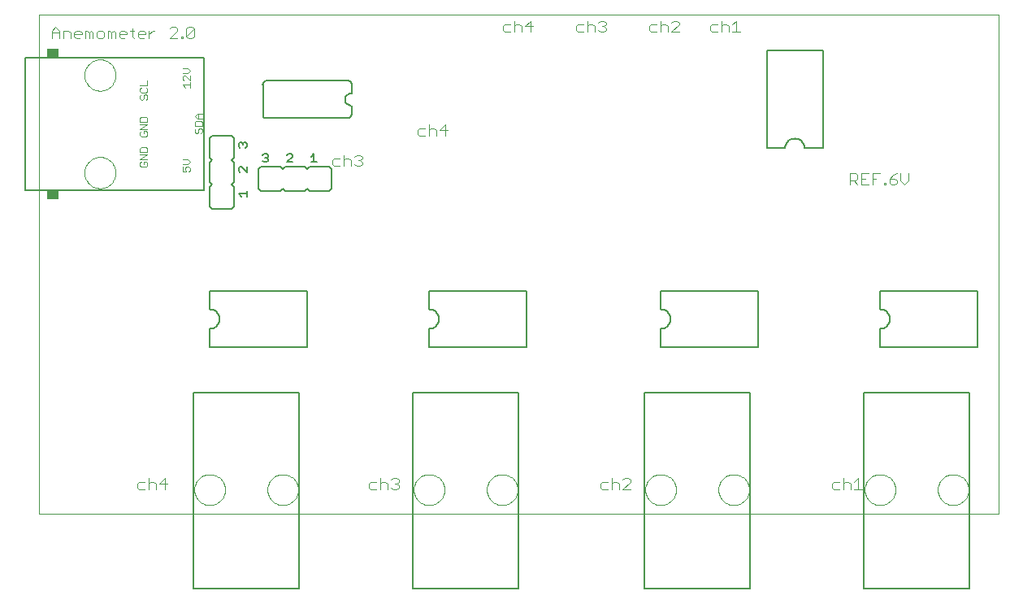
<source format=gto>
G75*
G70*
%OFA0B0*%
%FSLAX24Y24*%
%IPPOS*%
%LPD*%
%AMOC8*
5,1,8,0,0,1.08239X$1,22.5*
%
%ADD10C,0.0000*%
%ADD11C,0.0040*%
%ADD12C,0.0060*%
%ADD13C,0.0080*%
%ADD14C,0.0010*%
%ADD15R,0.0450X0.0364*%
%ADD16C,0.0050*%
D10*
X000704Y003195D02*
X000704Y023691D01*
X040074Y023691D01*
X040074Y003195D01*
X000704Y003195D01*
X007074Y004195D02*
X007076Y004245D01*
X007082Y004295D01*
X007092Y004344D01*
X007106Y004392D01*
X007123Y004439D01*
X007144Y004484D01*
X007169Y004528D01*
X007197Y004569D01*
X007229Y004608D01*
X007263Y004645D01*
X007300Y004679D01*
X007340Y004709D01*
X007382Y004736D01*
X007426Y004760D01*
X007472Y004781D01*
X007519Y004797D01*
X007567Y004810D01*
X007617Y004819D01*
X007666Y004824D01*
X007717Y004825D01*
X007767Y004822D01*
X007816Y004815D01*
X007865Y004804D01*
X007913Y004789D01*
X007959Y004771D01*
X008004Y004749D01*
X008047Y004723D01*
X008088Y004694D01*
X008127Y004662D01*
X008163Y004627D01*
X008195Y004589D01*
X008225Y004549D01*
X008252Y004506D01*
X008275Y004462D01*
X008294Y004416D01*
X008310Y004368D01*
X008322Y004319D01*
X008330Y004270D01*
X008334Y004220D01*
X008334Y004170D01*
X008330Y004120D01*
X008322Y004071D01*
X008310Y004022D01*
X008294Y003974D01*
X008275Y003928D01*
X008252Y003884D01*
X008225Y003841D01*
X008195Y003801D01*
X008163Y003763D01*
X008127Y003728D01*
X008088Y003696D01*
X008047Y003667D01*
X008004Y003641D01*
X007959Y003619D01*
X007913Y003601D01*
X007865Y003586D01*
X007816Y003575D01*
X007767Y003568D01*
X007717Y003565D01*
X007666Y003566D01*
X007617Y003571D01*
X007567Y003580D01*
X007519Y003593D01*
X007472Y003609D01*
X007426Y003630D01*
X007382Y003654D01*
X007340Y003681D01*
X007300Y003711D01*
X007263Y003745D01*
X007229Y003782D01*
X007197Y003821D01*
X007169Y003862D01*
X007144Y003906D01*
X007123Y003951D01*
X007106Y003998D01*
X007092Y004046D01*
X007082Y004095D01*
X007076Y004145D01*
X007074Y004195D01*
X010074Y004195D02*
X010076Y004245D01*
X010082Y004295D01*
X010092Y004344D01*
X010106Y004392D01*
X010123Y004439D01*
X010144Y004484D01*
X010169Y004528D01*
X010197Y004569D01*
X010229Y004608D01*
X010263Y004645D01*
X010300Y004679D01*
X010340Y004709D01*
X010382Y004736D01*
X010426Y004760D01*
X010472Y004781D01*
X010519Y004797D01*
X010567Y004810D01*
X010617Y004819D01*
X010666Y004824D01*
X010717Y004825D01*
X010767Y004822D01*
X010816Y004815D01*
X010865Y004804D01*
X010913Y004789D01*
X010959Y004771D01*
X011004Y004749D01*
X011047Y004723D01*
X011088Y004694D01*
X011127Y004662D01*
X011163Y004627D01*
X011195Y004589D01*
X011225Y004549D01*
X011252Y004506D01*
X011275Y004462D01*
X011294Y004416D01*
X011310Y004368D01*
X011322Y004319D01*
X011330Y004270D01*
X011334Y004220D01*
X011334Y004170D01*
X011330Y004120D01*
X011322Y004071D01*
X011310Y004022D01*
X011294Y003974D01*
X011275Y003928D01*
X011252Y003884D01*
X011225Y003841D01*
X011195Y003801D01*
X011163Y003763D01*
X011127Y003728D01*
X011088Y003696D01*
X011047Y003667D01*
X011004Y003641D01*
X010959Y003619D01*
X010913Y003601D01*
X010865Y003586D01*
X010816Y003575D01*
X010767Y003568D01*
X010717Y003565D01*
X010666Y003566D01*
X010617Y003571D01*
X010567Y003580D01*
X010519Y003593D01*
X010472Y003609D01*
X010426Y003630D01*
X010382Y003654D01*
X010340Y003681D01*
X010300Y003711D01*
X010263Y003745D01*
X010229Y003782D01*
X010197Y003821D01*
X010169Y003862D01*
X010144Y003906D01*
X010123Y003951D01*
X010106Y003998D01*
X010092Y004046D01*
X010082Y004095D01*
X010076Y004145D01*
X010074Y004195D01*
X016074Y004195D02*
X016076Y004245D01*
X016082Y004295D01*
X016092Y004344D01*
X016106Y004392D01*
X016123Y004439D01*
X016144Y004484D01*
X016169Y004528D01*
X016197Y004569D01*
X016229Y004608D01*
X016263Y004645D01*
X016300Y004679D01*
X016340Y004709D01*
X016382Y004736D01*
X016426Y004760D01*
X016472Y004781D01*
X016519Y004797D01*
X016567Y004810D01*
X016617Y004819D01*
X016666Y004824D01*
X016717Y004825D01*
X016767Y004822D01*
X016816Y004815D01*
X016865Y004804D01*
X016913Y004789D01*
X016959Y004771D01*
X017004Y004749D01*
X017047Y004723D01*
X017088Y004694D01*
X017127Y004662D01*
X017163Y004627D01*
X017195Y004589D01*
X017225Y004549D01*
X017252Y004506D01*
X017275Y004462D01*
X017294Y004416D01*
X017310Y004368D01*
X017322Y004319D01*
X017330Y004270D01*
X017334Y004220D01*
X017334Y004170D01*
X017330Y004120D01*
X017322Y004071D01*
X017310Y004022D01*
X017294Y003974D01*
X017275Y003928D01*
X017252Y003884D01*
X017225Y003841D01*
X017195Y003801D01*
X017163Y003763D01*
X017127Y003728D01*
X017088Y003696D01*
X017047Y003667D01*
X017004Y003641D01*
X016959Y003619D01*
X016913Y003601D01*
X016865Y003586D01*
X016816Y003575D01*
X016767Y003568D01*
X016717Y003565D01*
X016666Y003566D01*
X016617Y003571D01*
X016567Y003580D01*
X016519Y003593D01*
X016472Y003609D01*
X016426Y003630D01*
X016382Y003654D01*
X016340Y003681D01*
X016300Y003711D01*
X016263Y003745D01*
X016229Y003782D01*
X016197Y003821D01*
X016169Y003862D01*
X016144Y003906D01*
X016123Y003951D01*
X016106Y003998D01*
X016092Y004046D01*
X016082Y004095D01*
X016076Y004145D01*
X016074Y004195D01*
X019074Y004195D02*
X019076Y004245D01*
X019082Y004295D01*
X019092Y004344D01*
X019106Y004392D01*
X019123Y004439D01*
X019144Y004484D01*
X019169Y004528D01*
X019197Y004569D01*
X019229Y004608D01*
X019263Y004645D01*
X019300Y004679D01*
X019340Y004709D01*
X019382Y004736D01*
X019426Y004760D01*
X019472Y004781D01*
X019519Y004797D01*
X019567Y004810D01*
X019617Y004819D01*
X019666Y004824D01*
X019717Y004825D01*
X019767Y004822D01*
X019816Y004815D01*
X019865Y004804D01*
X019913Y004789D01*
X019959Y004771D01*
X020004Y004749D01*
X020047Y004723D01*
X020088Y004694D01*
X020127Y004662D01*
X020163Y004627D01*
X020195Y004589D01*
X020225Y004549D01*
X020252Y004506D01*
X020275Y004462D01*
X020294Y004416D01*
X020310Y004368D01*
X020322Y004319D01*
X020330Y004270D01*
X020334Y004220D01*
X020334Y004170D01*
X020330Y004120D01*
X020322Y004071D01*
X020310Y004022D01*
X020294Y003974D01*
X020275Y003928D01*
X020252Y003884D01*
X020225Y003841D01*
X020195Y003801D01*
X020163Y003763D01*
X020127Y003728D01*
X020088Y003696D01*
X020047Y003667D01*
X020004Y003641D01*
X019959Y003619D01*
X019913Y003601D01*
X019865Y003586D01*
X019816Y003575D01*
X019767Y003568D01*
X019717Y003565D01*
X019666Y003566D01*
X019617Y003571D01*
X019567Y003580D01*
X019519Y003593D01*
X019472Y003609D01*
X019426Y003630D01*
X019382Y003654D01*
X019340Y003681D01*
X019300Y003711D01*
X019263Y003745D01*
X019229Y003782D01*
X019197Y003821D01*
X019169Y003862D01*
X019144Y003906D01*
X019123Y003951D01*
X019106Y003998D01*
X019092Y004046D01*
X019082Y004095D01*
X019076Y004145D01*
X019074Y004195D01*
X025574Y004195D02*
X025576Y004245D01*
X025582Y004295D01*
X025592Y004344D01*
X025606Y004392D01*
X025623Y004439D01*
X025644Y004484D01*
X025669Y004528D01*
X025697Y004569D01*
X025729Y004608D01*
X025763Y004645D01*
X025800Y004679D01*
X025840Y004709D01*
X025882Y004736D01*
X025926Y004760D01*
X025972Y004781D01*
X026019Y004797D01*
X026067Y004810D01*
X026117Y004819D01*
X026166Y004824D01*
X026217Y004825D01*
X026267Y004822D01*
X026316Y004815D01*
X026365Y004804D01*
X026413Y004789D01*
X026459Y004771D01*
X026504Y004749D01*
X026547Y004723D01*
X026588Y004694D01*
X026627Y004662D01*
X026663Y004627D01*
X026695Y004589D01*
X026725Y004549D01*
X026752Y004506D01*
X026775Y004462D01*
X026794Y004416D01*
X026810Y004368D01*
X026822Y004319D01*
X026830Y004270D01*
X026834Y004220D01*
X026834Y004170D01*
X026830Y004120D01*
X026822Y004071D01*
X026810Y004022D01*
X026794Y003974D01*
X026775Y003928D01*
X026752Y003884D01*
X026725Y003841D01*
X026695Y003801D01*
X026663Y003763D01*
X026627Y003728D01*
X026588Y003696D01*
X026547Y003667D01*
X026504Y003641D01*
X026459Y003619D01*
X026413Y003601D01*
X026365Y003586D01*
X026316Y003575D01*
X026267Y003568D01*
X026217Y003565D01*
X026166Y003566D01*
X026117Y003571D01*
X026067Y003580D01*
X026019Y003593D01*
X025972Y003609D01*
X025926Y003630D01*
X025882Y003654D01*
X025840Y003681D01*
X025800Y003711D01*
X025763Y003745D01*
X025729Y003782D01*
X025697Y003821D01*
X025669Y003862D01*
X025644Y003906D01*
X025623Y003951D01*
X025606Y003998D01*
X025592Y004046D01*
X025582Y004095D01*
X025576Y004145D01*
X025574Y004195D01*
X028574Y004195D02*
X028576Y004245D01*
X028582Y004295D01*
X028592Y004344D01*
X028606Y004392D01*
X028623Y004439D01*
X028644Y004484D01*
X028669Y004528D01*
X028697Y004569D01*
X028729Y004608D01*
X028763Y004645D01*
X028800Y004679D01*
X028840Y004709D01*
X028882Y004736D01*
X028926Y004760D01*
X028972Y004781D01*
X029019Y004797D01*
X029067Y004810D01*
X029117Y004819D01*
X029166Y004824D01*
X029217Y004825D01*
X029267Y004822D01*
X029316Y004815D01*
X029365Y004804D01*
X029413Y004789D01*
X029459Y004771D01*
X029504Y004749D01*
X029547Y004723D01*
X029588Y004694D01*
X029627Y004662D01*
X029663Y004627D01*
X029695Y004589D01*
X029725Y004549D01*
X029752Y004506D01*
X029775Y004462D01*
X029794Y004416D01*
X029810Y004368D01*
X029822Y004319D01*
X029830Y004270D01*
X029834Y004220D01*
X029834Y004170D01*
X029830Y004120D01*
X029822Y004071D01*
X029810Y004022D01*
X029794Y003974D01*
X029775Y003928D01*
X029752Y003884D01*
X029725Y003841D01*
X029695Y003801D01*
X029663Y003763D01*
X029627Y003728D01*
X029588Y003696D01*
X029547Y003667D01*
X029504Y003641D01*
X029459Y003619D01*
X029413Y003601D01*
X029365Y003586D01*
X029316Y003575D01*
X029267Y003568D01*
X029217Y003565D01*
X029166Y003566D01*
X029117Y003571D01*
X029067Y003580D01*
X029019Y003593D01*
X028972Y003609D01*
X028926Y003630D01*
X028882Y003654D01*
X028840Y003681D01*
X028800Y003711D01*
X028763Y003745D01*
X028729Y003782D01*
X028697Y003821D01*
X028669Y003862D01*
X028644Y003906D01*
X028623Y003951D01*
X028606Y003998D01*
X028592Y004046D01*
X028582Y004095D01*
X028576Y004145D01*
X028574Y004195D01*
X034574Y004195D02*
X034576Y004245D01*
X034582Y004295D01*
X034592Y004344D01*
X034606Y004392D01*
X034623Y004439D01*
X034644Y004484D01*
X034669Y004528D01*
X034697Y004569D01*
X034729Y004608D01*
X034763Y004645D01*
X034800Y004679D01*
X034840Y004709D01*
X034882Y004736D01*
X034926Y004760D01*
X034972Y004781D01*
X035019Y004797D01*
X035067Y004810D01*
X035117Y004819D01*
X035166Y004824D01*
X035217Y004825D01*
X035267Y004822D01*
X035316Y004815D01*
X035365Y004804D01*
X035413Y004789D01*
X035459Y004771D01*
X035504Y004749D01*
X035547Y004723D01*
X035588Y004694D01*
X035627Y004662D01*
X035663Y004627D01*
X035695Y004589D01*
X035725Y004549D01*
X035752Y004506D01*
X035775Y004462D01*
X035794Y004416D01*
X035810Y004368D01*
X035822Y004319D01*
X035830Y004270D01*
X035834Y004220D01*
X035834Y004170D01*
X035830Y004120D01*
X035822Y004071D01*
X035810Y004022D01*
X035794Y003974D01*
X035775Y003928D01*
X035752Y003884D01*
X035725Y003841D01*
X035695Y003801D01*
X035663Y003763D01*
X035627Y003728D01*
X035588Y003696D01*
X035547Y003667D01*
X035504Y003641D01*
X035459Y003619D01*
X035413Y003601D01*
X035365Y003586D01*
X035316Y003575D01*
X035267Y003568D01*
X035217Y003565D01*
X035166Y003566D01*
X035117Y003571D01*
X035067Y003580D01*
X035019Y003593D01*
X034972Y003609D01*
X034926Y003630D01*
X034882Y003654D01*
X034840Y003681D01*
X034800Y003711D01*
X034763Y003745D01*
X034729Y003782D01*
X034697Y003821D01*
X034669Y003862D01*
X034644Y003906D01*
X034623Y003951D01*
X034606Y003998D01*
X034592Y004046D01*
X034582Y004095D01*
X034576Y004145D01*
X034574Y004195D01*
X037574Y004195D02*
X037576Y004245D01*
X037582Y004295D01*
X037592Y004344D01*
X037606Y004392D01*
X037623Y004439D01*
X037644Y004484D01*
X037669Y004528D01*
X037697Y004569D01*
X037729Y004608D01*
X037763Y004645D01*
X037800Y004679D01*
X037840Y004709D01*
X037882Y004736D01*
X037926Y004760D01*
X037972Y004781D01*
X038019Y004797D01*
X038067Y004810D01*
X038117Y004819D01*
X038166Y004824D01*
X038217Y004825D01*
X038267Y004822D01*
X038316Y004815D01*
X038365Y004804D01*
X038413Y004789D01*
X038459Y004771D01*
X038504Y004749D01*
X038547Y004723D01*
X038588Y004694D01*
X038627Y004662D01*
X038663Y004627D01*
X038695Y004589D01*
X038725Y004549D01*
X038752Y004506D01*
X038775Y004462D01*
X038794Y004416D01*
X038810Y004368D01*
X038822Y004319D01*
X038830Y004270D01*
X038834Y004220D01*
X038834Y004170D01*
X038830Y004120D01*
X038822Y004071D01*
X038810Y004022D01*
X038794Y003974D01*
X038775Y003928D01*
X038752Y003884D01*
X038725Y003841D01*
X038695Y003801D01*
X038663Y003763D01*
X038627Y003728D01*
X038588Y003696D01*
X038547Y003667D01*
X038504Y003641D01*
X038459Y003619D01*
X038413Y003601D01*
X038365Y003586D01*
X038316Y003575D01*
X038267Y003568D01*
X038217Y003565D01*
X038166Y003566D01*
X038117Y003571D01*
X038067Y003580D01*
X038019Y003593D01*
X037972Y003609D01*
X037926Y003630D01*
X037882Y003654D01*
X037840Y003681D01*
X037800Y003711D01*
X037763Y003745D01*
X037729Y003782D01*
X037697Y003821D01*
X037669Y003862D01*
X037644Y003906D01*
X037623Y003951D01*
X037606Y003998D01*
X037592Y004046D01*
X037582Y004095D01*
X037576Y004145D01*
X037574Y004195D01*
X002564Y017195D02*
X002566Y017245D01*
X002572Y017295D01*
X002582Y017344D01*
X002595Y017393D01*
X002613Y017440D01*
X002634Y017486D01*
X002658Y017529D01*
X002686Y017571D01*
X002717Y017611D01*
X002751Y017648D01*
X002788Y017682D01*
X002828Y017713D01*
X002870Y017741D01*
X002913Y017765D01*
X002959Y017786D01*
X003006Y017804D01*
X003055Y017817D01*
X003104Y017827D01*
X003154Y017833D01*
X003204Y017835D01*
X003254Y017833D01*
X003304Y017827D01*
X003353Y017817D01*
X003402Y017804D01*
X003449Y017786D01*
X003495Y017765D01*
X003538Y017741D01*
X003580Y017713D01*
X003620Y017682D01*
X003657Y017648D01*
X003691Y017611D01*
X003722Y017571D01*
X003750Y017529D01*
X003774Y017486D01*
X003795Y017440D01*
X003813Y017393D01*
X003826Y017344D01*
X003836Y017295D01*
X003842Y017245D01*
X003844Y017195D01*
X003842Y017145D01*
X003836Y017095D01*
X003826Y017046D01*
X003813Y016997D01*
X003795Y016950D01*
X003774Y016904D01*
X003750Y016861D01*
X003722Y016819D01*
X003691Y016779D01*
X003657Y016742D01*
X003620Y016708D01*
X003580Y016677D01*
X003538Y016649D01*
X003495Y016625D01*
X003449Y016604D01*
X003402Y016586D01*
X003353Y016573D01*
X003304Y016563D01*
X003254Y016557D01*
X003204Y016555D01*
X003154Y016557D01*
X003104Y016563D01*
X003055Y016573D01*
X003006Y016586D01*
X002959Y016604D01*
X002913Y016625D01*
X002870Y016649D01*
X002828Y016677D01*
X002788Y016708D01*
X002751Y016742D01*
X002717Y016779D01*
X002686Y016819D01*
X002658Y016861D01*
X002634Y016904D01*
X002613Y016950D01*
X002595Y016997D01*
X002582Y017046D01*
X002572Y017095D01*
X002566Y017145D01*
X002564Y017195D01*
X002564Y021195D02*
X002566Y021245D01*
X002572Y021295D01*
X002582Y021344D01*
X002595Y021393D01*
X002613Y021440D01*
X002634Y021486D01*
X002658Y021529D01*
X002686Y021571D01*
X002717Y021611D01*
X002751Y021648D01*
X002788Y021682D01*
X002828Y021713D01*
X002870Y021741D01*
X002913Y021765D01*
X002959Y021786D01*
X003006Y021804D01*
X003055Y021817D01*
X003104Y021827D01*
X003154Y021833D01*
X003204Y021835D01*
X003254Y021833D01*
X003304Y021827D01*
X003353Y021817D01*
X003402Y021804D01*
X003449Y021786D01*
X003495Y021765D01*
X003538Y021741D01*
X003580Y021713D01*
X003620Y021682D01*
X003657Y021648D01*
X003691Y021611D01*
X003722Y021571D01*
X003750Y021529D01*
X003774Y021486D01*
X003795Y021440D01*
X003813Y021393D01*
X003826Y021344D01*
X003836Y021295D01*
X003842Y021245D01*
X003844Y021195D01*
X003842Y021145D01*
X003836Y021095D01*
X003826Y021046D01*
X003813Y020997D01*
X003795Y020950D01*
X003774Y020904D01*
X003750Y020861D01*
X003722Y020819D01*
X003691Y020779D01*
X003657Y020742D01*
X003620Y020708D01*
X003580Y020677D01*
X003538Y020649D01*
X003495Y020625D01*
X003449Y020604D01*
X003402Y020586D01*
X003353Y020573D01*
X003304Y020563D01*
X003254Y020557D01*
X003204Y020555D01*
X003154Y020557D01*
X003104Y020563D01*
X003055Y020573D01*
X003006Y020586D01*
X002959Y020604D01*
X002913Y020625D01*
X002870Y020649D01*
X002828Y020677D01*
X002788Y020708D01*
X002751Y020742D01*
X002717Y020779D01*
X002686Y020819D01*
X002658Y020861D01*
X002634Y020904D01*
X002613Y020950D01*
X002595Y020997D01*
X002582Y021046D01*
X002572Y021095D01*
X002566Y021145D01*
X002564Y021195D01*
D11*
X002605Y022715D02*
X002605Y023022D01*
X002682Y023022D01*
X002758Y022945D01*
X002835Y023022D01*
X002912Y022945D01*
X002912Y022715D01*
X002758Y022715D02*
X002758Y022945D01*
X002451Y022945D02*
X002451Y022869D01*
X002145Y022869D01*
X002145Y022945D02*
X002145Y022792D01*
X002221Y022715D01*
X002375Y022715D01*
X002451Y022945D02*
X002375Y023022D01*
X002221Y023022D01*
X002145Y022945D01*
X001991Y022945D02*
X001991Y022715D01*
X001991Y022945D02*
X001914Y023022D01*
X001684Y023022D01*
X001684Y022715D01*
X001531Y022715D02*
X001531Y023022D01*
X001377Y023176D01*
X001224Y023022D01*
X001224Y022715D01*
X001224Y022945D02*
X001531Y022945D01*
X003065Y022945D02*
X003065Y022792D01*
X003142Y022715D01*
X003296Y022715D01*
X003372Y022792D01*
X003372Y022945D01*
X003296Y023022D01*
X003142Y023022D01*
X003065Y022945D01*
X003526Y023022D02*
X003526Y022715D01*
X003679Y022715D02*
X003679Y022945D01*
X003756Y023022D01*
X003833Y022945D01*
X003833Y022715D01*
X003986Y022792D02*
X003986Y022945D01*
X004063Y023022D01*
X004216Y023022D01*
X004293Y022945D01*
X004293Y022869D01*
X003986Y022869D01*
X003986Y022792D02*
X004063Y022715D01*
X004216Y022715D01*
X004523Y022792D02*
X004523Y023099D01*
X004447Y023022D02*
X004600Y023022D01*
X004753Y022945D02*
X004830Y023022D01*
X004984Y023022D01*
X005060Y022945D01*
X005060Y022869D01*
X004753Y022869D01*
X004753Y022945D02*
X004753Y022792D01*
X004830Y022715D01*
X004984Y022715D01*
X005214Y022715D02*
X005214Y023022D01*
X005214Y022869D02*
X005367Y023022D01*
X005444Y023022D01*
X006058Y023099D02*
X006135Y023176D01*
X006288Y023176D01*
X006365Y023099D01*
X006365Y023022D01*
X006058Y022715D01*
X006365Y022715D01*
X006518Y022715D02*
X006595Y022715D01*
X006595Y022792D01*
X006518Y022792D01*
X006518Y022715D01*
X006748Y022792D02*
X007055Y023099D01*
X007055Y022792D01*
X006979Y022715D01*
X006825Y022715D01*
X006748Y022792D01*
X006748Y023099D01*
X006825Y023176D01*
X006979Y023176D01*
X007055Y023099D01*
X004600Y022715D02*
X004523Y022792D01*
X003679Y022945D02*
X003602Y023022D01*
X003526Y023022D01*
X012724Y017695D02*
X012724Y017542D01*
X012801Y017465D01*
X013031Y017465D01*
X013184Y017465D02*
X013184Y017926D01*
X013261Y017772D02*
X013414Y017772D01*
X013491Y017695D01*
X013491Y017465D01*
X013645Y017542D02*
X013721Y017465D01*
X013875Y017465D01*
X013951Y017542D01*
X013951Y017619D01*
X013875Y017695D01*
X013798Y017695D01*
X013875Y017695D02*
X013951Y017772D01*
X013951Y017849D01*
X013875Y017926D01*
X013721Y017926D01*
X013645Y017849D01*
X013261Y017772D02*
X013184Y017695D01*
X013031Y017772D02*
X012801Y017772D01*
X012724Y017695D01*
X016224Y018792D02*
X016301Y018715D01*
X016531Y018715D01*
X016684Y018715D02*
X016684Y019176D01*
X016761Y019022D02*
X016914Y019022D01*
X016991Y018945D01*
X016991Y018715D01*
X017145Y018945D02*
X017451Y018945D01*
X017375Y018715D02*
X017375Y019176D01*
X017145Y018945D01*
X016761Y019022D02*
X016684Y018945D01*
X016531Y019022D02*
X016301Y019022D01*
X016224Y018945D01*
X016224Y018792D01*
X019801Y022965D02*
X019724Y023042D01*
X019724Y023195D01*
X019801Y023272D01*
X020031Y023272D01*
X020184Y023195D02*
X020261Y023272D01*
X020414Y023272D01*
X020491Y023195D01*
X020491Y022965D01*
X020645Y023195D02*
X020951Y023195D01*
X020875Y022965D02*
X020875Y023426D01*
X020645Y023195D01*
X020184Y023426D02*
X020184Y022965D01*
X020031Y022965D02*
X019801Y022965D01*
X022724Y023042D02*
X022801Y022965D01*
X023031Y022965D01*
X023184Y022965D02*
X023184Y023426D01*
X023261Y023272D02*
X023414Y023272D01*
X023491Y023195D01*
X023491Y022965D01*
X023645Y023042D02*
X023721Y022965D01*
X023875Y022965D01*
X023951Y023042D01*
X023951Y023119D01*
X023875Y023195D01*
X023798Y023195D01*
X023875Y023195D02*
X023951Y023272D01*
X023951Y023349D01*
X023875Y023426D01*
X023721Y023426D01*
X023645Y023349D01*
X023261Y023272D02*
X023184Y023195D01*
X023031Y023272D02*
X022801Y023272D01*
X022724Y023195D01*
X022724Y023042D01*
X025724Y023042D02*
X025801Y022965D01*
X026031Y022965D01*
X026184Y022965D02*
X026184Y023426D01*
X026261Y023272D02*
X026184Y023195D01*
X026261Y023272D02*
X026414Y023272D01*
X026491Y023195D01*
X026491Y022965D01*
X026645Y022965D02*
X026951Y023272D01*
X026951Y023349D01*
X026875Y023426D01*
X026721Y023426D01*
X026645Y023349D01*
X026645Y022965D02*
X026951Y022965D01*
X026031Y023272D02*
X025801Y023272D01*
X025724Y023195D01*
X025724Y023042D01*
X028224Y023042D02*
X028301Y022965D01*
X028531Y022965D01*
X028684Y022965D02*
X028684Y023426D01*
X028761Y023272D02*
X028914Y023272D01*
X028991Y023195D01*
X028991Y022965D01*
X029145Y022965D02*
X029451Y022965D01*
X029298Y022965D02*
X029298Y023426D01*
X029145Y023272D01*
X028761Y023272D02*
X028684Y023195D01*
X028531Y023272D02*
X028301Y023272D01*
X028224Y023195D01*
X028224Y023042D01*
X033974Y017176D02*
X034204Y017176D01*
X034281Y017099D01*
X034281Y016945D01*
X034204Y016869D01*
X033974Y016869D01*
X034127Y016869D02*
X034281Y016715D01*
X034434Y016715D02*
X034434Y017176D01*
X034741Y017176D01*
X034895Y017176D02*
X035201Y017176D01*
X035048Y016945D02*
X034895Y016945D01*
X034895Y016715D02*
X034895Y017176D01*
X034588Y016945D02*
X034434Y016945D01*
X034434Y016715D02*
X034741Y016715D01*
X035355Y016715D02*
X035432Y016715D01*
X035432Y016792D01*
X035355Y016792D01*
X035355Y016715D01*
X035585Y016792D02*
X035662Y016715D01*
X035815Y016715D01*
X035892Y016792D01*
X035892Y016869D01*
X035815Y016945D01*
X035585Y016945D01*
X035585Y016792D01*
X035585Y016945D02*
X035739Y017099D01*
X035892Y017176D01*
X036046Y017176D02*
X036046Y016869D01*
X036199Y016715D01*
X036352Y016869D01*
X036352Y017176D01*
X033974Y017176D02*
X033974Y016715D01*
X033684Y004676D02*
X033684Y004215D01*
X033531Y004215D02*
X033301Y004215D01*
X033224Y004292D01*
X033224Y004445D01*
X033301Y004522D01*
X033531Y004522D01*
X033684Y004445D02*
X033761Y004522D01*
X033914Y004522D01*
X033991Y004445D01*
X033991Y004215D01*
X034145Y004215D02*
X034451Y004215D01*
X034298Y004215D02*
X034298Y004676D01*
X034145Y004522D01*
X024951Y004522D02*
X024645Y004215D01*
X024951Y004215D01*
X024951Y004522D02*
X024951Y004599D01*
X024875Y004676D01*
X024721Y004676D01*
X024645Y004599D01*
X024491Y004445D02*
X024491Y004215D01*
X024491Y004445D02*
X024414Y004522D01*
X024261Y004522D01*
X024184Y004445D01*
X024031Y004522D02*
X023801Y004522D01*
X023724Y004445D01*
X023724Y004292D01*
X023801Y004215D01*
X024031Y004215D01*
X024184Y004215D02*
X024184Y004676D01*
X015451Y004599D02*
X015451Y004522D01*
X015375Y004445D01*
X015451Y004369D01*
X015451Y004292D01*
X015375Y004215D01*
X015221Y004215D01*
X015145Y004292D01*
X014991Y004215D02*
X014991Y004445D01*
X014914Y004522D01*
X014761Y004522D01*
X014684Y004445D01*
X014531Y004522D02*
X014301Y004522D01*
X014224Y004445D01*
X014224Y004292D01*
X014301Y004215D01*
X014531Y004215D01*
X014684Y004215D02*
X014684Y004676D01*
X015145Y004599D02*
X015221Y004676D01*
X015375Y004676D01*
X015451Y004599D01*
X015375Y004445D02*
X015298Y004445D01*
X005951Y004445D02*
X005645Y004445D01*
X005875Y004676D01*
X005875Y004215D01*
X005491Y004215D02*
X005491Y004445D01*
X005414Y004522D01*
X005261Y004522D01*
X005184Y004445D01*
X005031Y004522D02*
X004801Y004522D01*
X004724Y004445D01*
X004724Y004292D01*
X004801Y004215D01*
X005031Y004215D01*
X005184Y004215D02*
X005184Y004676D01*
D12*
X007704Y010045D02*
X007704Y010795D01*
X007743Y010797D01*
X007782Y010803D01*
X007820Y010812D01*
X007857Y010825D01*
X007893Y010842D01*
X007926Y010862D01*
X007958Y010886D01*
X007987Y010912D01*
X008013Y010941D01*
X008037Y010973D01*
X008057Y011006D01*
X008074Y011042D01*
X008087Y011079D01*
X008096Y011117D01*
X008102Y011156D01*
X008104Y011195D01*
X008102Y011234D01*
X008096Y011273D01*
X008087Y011311D01*
X008074Y011348D01*
X008057Y011384D01*
X008037Y011417D01*
X008013Y011449D01*
X007987Y011478D01*
X007958Y011504D01*
X007926Y011528D01*
X007893Y011548D01*
X007857Y011565D01*
X007820Y011578D01*
X007782Y011587D01*
X007743Y011593D01*
X007704Y011595D01*
X007704Y012345D01*
X011704Y012345D01*
X011704Y010045D01*
X007704Y010045D01*
X016704Y010045D02*
X016704Y010795D01*
X016743Y010797D01*
X016782Y010803D01*
X016820Y010812D01*
X016857Y010825D01*
X016893Y010842D01*
X016926Y010862D01*
X016958Y010886D01*
X016987Y010912D01*
X017013Y010941D01*
X017037Y010973D01*
X017057Y011006D01*
X017074Y011042D01*
X017087Y011079D01*
X017096Y011117D01*
X017102Y011156D01*
X017104Y011195D01*
X017102Y011234D01*
X017096Y011273D01*
X017087Y011311D01*
X017074Y011348D01*
X017057Y011384D01*
X017037Y011417D01*
X017013Y011449D01*
X016987Y011478D01*
X016958Y011504D01*
X016926Y011528D01*
X016893Y011548D01*
X016857Y011565D01*
X016820Y011578D01*
X016782Y011587D01*
X016743Y011593D01*
X016704Y011595D01*
X016704Y012345D01*
X020704Y012345D01*
X020704Y010045D01*
X016704Y010045D01*
X026204Y010045D02*
X026204Y010795D01*
X026243Y010797D01*
X026282Y010803D01*
X026320Y010812D01*
X026357Y010825D01*
X026393Y010842D01*
X026426Y010862D01*
X026458Y010886D01*
X026487Y010912D01*
X026513Y010941D01*
X026537Y010973D01*
X026557Y011006D01*
X026574Y011042D01*
X026587Y011079D01*
X026596Y011117D01*
X026602Y011156D01*
X026604Y011195D01*
X026602Y011234D01*
X026596Y011273D01*
X026587Y011311D01*
X026574Y011348D01*
X026557Y011384D01*
X026537Y011417D01*
X026513Y011449D01*
X026487Y011478D01*
X026458Y011504D01*
X026426Y011528D01*
X026393Y011548D01*
X026357Y011565D01*
X026320Y011578D01*
X026282Y011587D01*
X026243Y011593D01*
X026204Y011595D01*
X026204Y012345D01*
X030204Y012345D01*
X030204Y010045D01*
X026204Y010045D01*
X035204Y010045D02*
X035204Y010795D01*
X035243Y010797D01*
X035282Y010803D01*
X035320Y010812D01*
X035357Y010825D01*
X035393Y010842D01*
X035426Y010862D01*
X035458Y010886D01*
X035487Y010912D01*
X035513Y010941D01*
X035537Y010973D01*
X035557Y011006D01*
X035574Y011042D01*
X035587Y011079D01*
X035596Y011117D01*
X035602Y011156D01*
X035604Y011195D01*
X035602Y011234D01*
X035596Y011273D01*
X035587Y011311D01*
X035574Y011348D01*
X035557Y011384D01*
X035537Y011417D01*
X035513Y011449D01*
X035487Y011478D01*
X035458Y011504D01*
X035426Y011528D01*
X035393Y011548D01*
X035357Y011565D01*
X035320Y011578D01*
X035282Y011587D01*
X035243Y011593D01*
X035204Y011595D01*
X035204Y012345D01*
X039204Y012345D01*
X039204Y010045D01*
X035204Y010045D01*
X032854Y018195D02*
X032104Y018195D01*
X032102Y018234D01*
X032096Y018273D01*
X032087Y018311D01*
X032074Y018348D01*
X032057Y018384D01*
X032037Y018417D01*
X032013Y018449D01*
X031987Y018478D01*
X031958Y018504D01*
X031926Y018528D01*
X031893Y018548D01*
X031857Y018565D01*
X031820Y018578D01*
X031782Y018587D01*
X031743Y018593D01*
X031704Y018595D01*
X031665Y018593D01*
X031626Y018587D01*
X031588Y018578D01*
X031551Y018565D01*
X031515Y018548D01*
X031482Y018528D01*
X031450Y018504D01*
X031421Y018478D01*
X031395Y018449D01*
X031371Y018417D01*
X031351Y018384D01*
X031334Y018348D01*
X031321Y018311D01*
X031312Y018273D01*
X031306Y018234D01*
X031304Y018195D01*
X030554Y018195D01*
X030554Y022195D01*
X032854Y022195D01*
X032854Y018195D01*
X012704Y017345D02*
X012704Y016545D01*
X012604Y016445D01*
X011804Y016445D01*
X011704Y016545D01*
X011604Y016445D01*
X010804Y016445D01*
X010704Y016545D01*
X010604Y016445D01*
X009804Y016445D01*
X009704Y016545D01*
X009704Y017345D01*
X009804Y017445D01*
X010604Y017445D01*
X010704Y017345D01*
X010804Y017445D01*
X011604Y017445D01*
X011704Y017345D01*
X011804Y017445D01*
X012604Y017445D01*
X012704Y017345D01*
X008704Y017595D02*
X008704Y016795D01*
X008604Y016695D01*
X008704Y016595D01*
X008704Y015795D01*
X008604Y015695D01*
X007804Y015695D01*
X007704Y015795D01*
X007704Y016595D01*
X007804Y016695D01*
X007704Y016795D01*
X007704Y017595D01*
X007804Y017695D01*
X007704Y017795D01*
X007704Y018595D01*
X007804Y018695D01*
X008604Y018695D01*
X008704Y018595D01*
X008704Y017795D01*
X008604Y017695D01*
X008704Y017595D01*
D13*
X007463Y016488D02*
X000140Y016488D01*
X000140Y021903D01*
X007463Y021903D01*
X007463Y016488D01*
X010034Y019429D02*
X013374Y019429D01*
X013398Y019434D01*
X013421Y019442D01*
X013442Y019453D01*
X013462Y019467D01*
X013480Y019484D01*
X013495Y019503D01*
X013508Y019524D01*
X013517Y019546D01*
X013523Y019570D01*
X013525Y019594D01*
X013524Y019619D01*
X013524Y019623D02*
X013524Y019955D01*
X013504Y019955D02*
X013474Y019957D01*
X013444Y019962D01*
X013415Y019971D01*
X013388Y019984D01*
X013362Y019999D01*
X013338Y020018D01*
X013317Y020039D01*
X013298Y020063D01*
X013283Y020089D01*
X013270Y020116D01*
X013261Y020145D01*
X013256Y020175D01*
X013254Y020205D01*
X013256Y020235D01*
X013261Y020265D01*
X013270Y020294D01*
X013283Y020321D01*
X013298Y020347D01*
X013317Y020371D01*
X013338Y020392D01*
X013362Y020411D01*
X013388Y020426D01*
X013415Y020439D01*
X013444Y020448D01*
X013474Y020453D01*
X013504Y020455D01*
X013524Y020455D02*
X013524Y020851D01*
X013525Y020851D02*
X013520Y020871D01*
X013512Y020890D01*
X013501Y020908D01*
X013488Y020924D01*
X013472Y020937D01*
X013455Y020948D01*
X013436Y020956D01*
X013416Y020961D01*
X013395Y020963D01*
X013374Y020962D01*
X013374Y020961D02*
X009994Y020961D01*
X009994Y020962D02*
X009974Y020957D01*
X009955Y020949D01*
X009937Y020938D01*
X009921Y020925D01*
X009908Y020909D01*
X009897Y020892D01*
X009889Y020873D01*
X009884Y020853D01*
X009882Y020832D01*
X009883Y020811D01*
X009884Y020811D02*
X009884Y019579D01*
X009886Y019556D01*
X009891Y019533D01*
X009900Y019511D01*
X009913Y019491D01*
X009928Y019473D01*
X009946Y019458D01*
X009966Y019445D01*
X009988Y019436D01*
X010011Y019431D01*
X010034Y019429D01*
X011383Y008160D02*
X007025Y008160D01*
X007025Y000140D01*
X011383Y000140D01*
X011383Y008160D01*
X016025Y008160D02*
X020383Y008160D01*
X020383Y000140D01*
X016025Y000140D01*
X016025Y008160D01*
X025525Y008160D02*
X029883Y008160D01*
X029883Y000140D01*
X025525Y000140D01*
X025525Y008160D01*
X034525Y008160D02*
X038883Y008160D01*
X038883Y000140D01*
X034525Y000140D01*
X034525Y008160D01*
D14*
X007394Y018868D02*
X007342Y018816D01*
X007394Y018868D02*
X007394Y018971D01*
X007342Y019023D01*
X007290Y019023D01*
X007239Y018971D01*
X007239Y018868D01*
X007187Y018816D01*
X007135Y018816D01*
X007084Y018868D01*
X007084Y018971D01*
X007135Y019023D01*
X007084Y019111D02*
X007084Y019266D01*
X007135Y019318D01*
X007342Y019318D01*
X007394Y019266D01*
X007394Y019111D01*
X007084Y019111D01*
X007187Y019405D02*
X007084Y019509D01*
X007187Y019612D01*
X007394Y019612D01*
X007239Y019612D02*
X007239Y019405D01*
X007187Y019405D02*
X007394Y019405D01*
X006894Y020691D02*
X006894Y020898D01*
X006894Y020986D02*
X006687Y021193D01*
X006635Y021193D01*
X006584Y021141D01*
X006584Y021038D01*
X006635Y020986D01*
X006584Y020795D02*
X006894Y020795D01*
X006894Y020986D02*
X006894Y021193D01*
X006790Y021280D02*
X006894Y021384D01*
X006790Y021487D01*
X006584Y021487D01*
X006584Y021280D02*
X006790Y021280D01*
X006584Y020795D02*
X006687Y020691D01*
X005144Y020641D02*
X005092Y020693D01*
X005144Y020641D02*
X005144Y020538D01*
X005092Y020486D01*
X004885Y020486D01*
X004834Y020538D01*
X004834Y020641D01*
X004885Y020693D01*
X004834Y020780D02*
X005144Y020780D01*
X005144Y020987D01*
X005092Y020398D02*
X005144Y020346D01*
X005144Y020243D01*
X005092Y020191D01*
X004989Y020243D02*
X004989Y020346D01*
X005040Y020398D01*
X005092Y020398D01*
X004989Y020243D02*
X004937Y020191D01*
X004885Y020191D01*
X004834Y020243D01*
X004834Y020346D01*
X004885Y020398D01*
X004885Y019487D02*
X004834Y019436D01*
X004834Y019280D01*
X005144Y019280D01*
X005144Y019436D01*
X005092Y019487D01*
X004885Y019487D01*
X004834Y019193D02*
X005144Y019193D01*
X004834Y018986D01*
X005144Y018986D01*
X005092Y018898D02*
X004989Y018898D01*
X004989Y018795D01*
X005092Y018898D02*
X005144Y018846D01*
X005144Y018743D01*
X005092Y018691D01*
X004885Y018691D01*
X004834Y018743D01*
X004834Y018846D01*
X004885Y018898D01*
X004885Y018237D02*
X004834Y018186D01*
X004834Y018030D01*
X005144Y018030D01*
X005144Y018186D01*
X005092Y018237D01*
X004885Y018237D01*
X004834Y017943D02*
X005144Y017943D01*
X004834Y017736D01*
X005144Y017736D01*
X005092Y017648D02*
X004989Y017648D01*
X004989Y017545D01*
X005092Y017648D02*
X005144Y017596D01*
X005144Y017493D01*
X005092Y017441D01*
X004885Y017441D01*
X004834Y017493D01*
X004834Y017596D01*
X004885Y017648D01*
X006584Y017737D02*
X006790Y017737D01*
X006894Y017634D01*
X006790Y017530D01*
X006584Y017530D01*
X006584Y017443D02*
X006584Y017236D01*
X006739Y017236D01*
X006687Y017339D01*
X006687Y017391D01*
X006739Y017443D01*
X006842Y017443D01*
X006894Y017391D01*
X006894Y017288D01*
X006842Y017236D01*
D15*
X001269Y016277D03*
X001269Y022113D03*
D16*
X008888Y018390D02*
X008888Y018277D01*
X008945Y018220D01*
X009059Y018334D02*
X009059Y018390D01*
X009115Y018447D01*
X009172Y018447D01*
X009229Y018390D01*
X009229Y018277D01*
X009172Y018220D01*
X009059Y018390D02*
X009002Y018447D01*
X008945Y018447D01*
X008888Y018390D01*
X009870Y017914D02*
X009926Y017970D01*
X010040Y017970D01*
X010097Y017914D01*
X010097Y017857D01*
X010040Y017800D01*
X010097Y017744D01*
X010097Y017687D01*
X010040Y017630D01*
X009926Y017630D01*
X009870Y017687D01*
X009983Y017800D02*
X010040Y017800D01*
X010870Y017914D02*
X010926Y017970D01*
X011040Y017970D01*
X011097Y017914D01*
X011097Y017857D01*
X010870Y017630D01*
X011097Y017630D01*
X011870Y017630D02*
X012097Y017630D01*
X011983Y017630D02*
X011983Y017970D01*
X011870Y017857D01*
X009229Y017447D02*
X009229Y017220D01*
X009002Y017447D01*
X008945Y017447D01*
X008888Y017390D01*
X008888Y017277D01*
X008945Y017220D01*
X009229Y016447D02*
X009229Y016220D01*
X009229Y016334D02*
X008888Y016334D01*
X009002Y016220D01*
M02*

</source>
